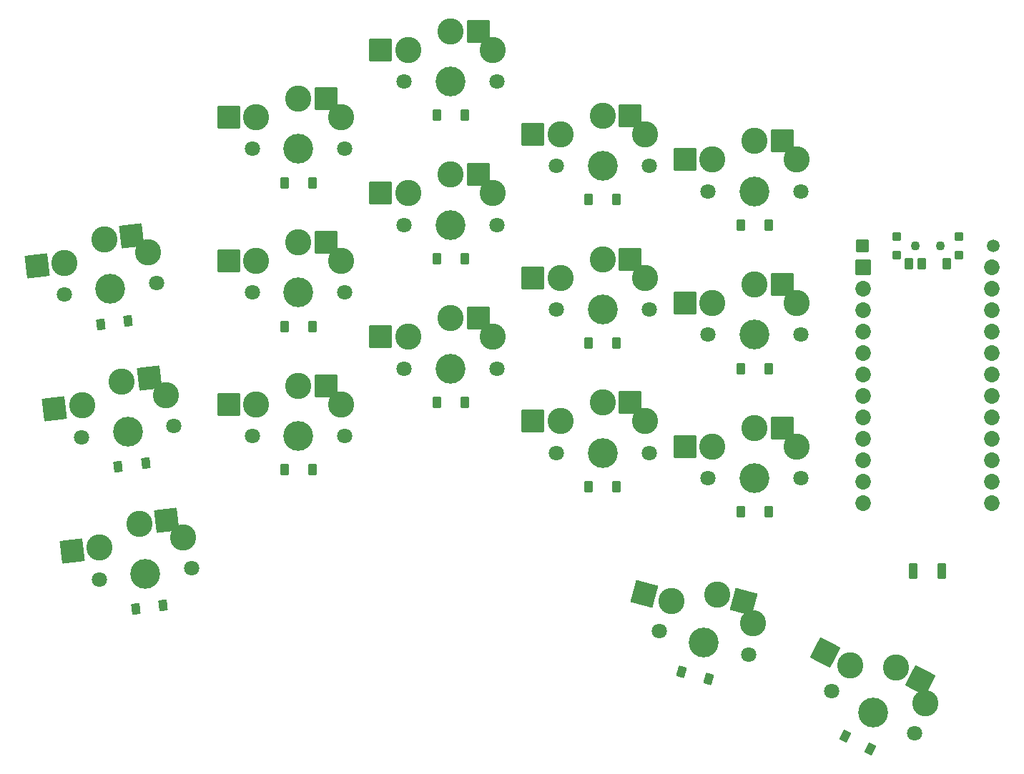
<source format=gbr>
%TF.GenerationSoftware,KiCad,Pcbnew,7.0.11*%
%TF.CreationDate,2024-03-03T17:55:26+13:00*%
%TF.ProjectId,socius-choc-v1,736f6369-7573-42d6-9368-6f632d76312e,v1.0.0*%
%TF.SameCoordinates,Original*%
%TF.FileFunction,Soldermask,Top*%
%TF.FilePolarity,Negative*%
%FSLAX46Y46*%
G04 Gerber Fmt 4.6, Leading zero omitted, Abs format (unit mm)*
G04 Created by KiCad (PCBNEW 7.0.11) date 2024-03-03 17:55:26*
%MOMM*%
%LPD*%
G01*
G04 APERTURE LIST*
G04 Aperture macros list*
%AMRoundRect*
0 Rectangle with rounded corners*
0 $1 Rounding radius*
0 $2 $3 $4 $5 $6 $7 $8 $9 X,Y pos of 4 corners*
0 Add a 4 corners polygon primitive as box body*
4,1,4,$2,$3,$4,$5,$6,$7,$8,$9,$2,$3,0*
0 Add four circle primitives for the rounded corners*
1,1,$1+$1,$2,$3*
1,1,$1+$1,$4,$5*
1,1,$1+$1,$6,$7*
1,1,$1+$1,$8,$9*
0 Add four rect primitives between the rounded corners*
20,1,$1+$1,$2,$3,$4,$5,0*
20,1,$1+$1,$4,$5,$6,$7,0*
20,1,$1+$1,$6,$7,$8,$9,0*
20,1,$1+$1,$8,$9,$2,$3,0*%
G04 Aperture macros list end*
%ADD10RoundRect,0.050000X-0.450000X-0.450000X0.450000X-0.450000X0.450000X0.450000X-0.450000X0.450000X0*%
%ADD11C,1.100000*%
%ADD12RoundRect,0.050000X-0.450000X-0.625000X0.450000X-0.625000X0.450000X0.625000X-0.450000X0.625000X0*%
%ADD13RoundRect,0.050000X-0.450000X-0.600000X0.450000X-0.600000X0.450000X0.600000X-0.450000X0.600000X0*%
%ADD14C,1.801800*%
%ADD15C,3.100000*%
%ADD16C,3.529000*%
%ADD17RoundRect,0.050000X-1.131880X-1.448740X1.448740X-1.131880X1.131880X1.448740X-1.448740X1.131880X0*%
%ADD18RoundRect,0.050000X0.450000X0.850000X-0.450000X0.850000X-0.450000X-0.850000X0.450000X-0.850000X0*%
%ADD19RoundRect,0.050000X-0.876300X0.876300X-0.876300X-0.876300X0.876300X-0.876300X0.876300X0.876300X0*%
%ADD20C,1.852600*%
%ADD21RoundRect,0.050000X-0.673347X-0.330308X0.128559X-0.738900X0.673347X0.330308X-0.128559X0.738900X0*%
%ADD22RoundRect,0.050000X-1.300000X-1.300000X1.300000X-1.300000X1.300000X1.300000X-1.300000X1.300000X0*%
%ADD23RoundRect,0.050000X-0.589958X-0.463087X0.279375X-0.696024X0.589958X0.463087X-0.279375X0.696024X0*%
%ADD24RoundRect,0.050000X-0.373524X-0.650369X0.519767X-0.540686X0.373524X0.650369X-0.519767X0.540686X0*%
%ADD25RoundRect,0.050000X-1.748496X-0.568121X0.568121X-1.748496X1.748496X0.568121X-0.568121X1.748496X0*%
%ADD26RoundRect,0.050000X-0.700000X0.700000X-0.700000X-0.700000X0.700000X-0.700000X0.700000X0.700000X0*%
%ADD27C,1.500000*%
%ADD28RoundRect,0.050000X-1.592168X-0.919239X0.919239X-1.592168X1.592168X0.919239X-0.919239X1.592168X0*%
G04 APERTURE END LIST*
D10*
%TO.C,T1*%
X250910738Y-125904546D03*
X250910738Y-128104546D03*
D11*
X253110738Y-127004546D03*
X256110738Y-127004546D03*
D10*
X258310738Y-125904546D03*
X258310738Y-128104546D03*
D12*
X256860738Y-129079546D03*
X253860738Y-129079546D03*
X252360738Y-129079546D03*
%TD*%
D13*
%TO.C,D5*%
X178460754Y-136504550D03*
X181760754Y-136504550D03*
%TD*%
%TO.C,D8*%
X196460752Y-128504553D03*
X199760752Y-128504553D03*
%TD*%
D14*
%TO.C,S1*%
X156506992Y-166507861D03*
D15*
X156546255Y-162724879D03*
X161240873Y-159931930D03*
X161240873Y-159931930D03*
D16*
X161965996Y-165837580D03*
D15*
X166471717Y-161506185D03*
D14*
X167425000Y-165167299D03*
D17*
X164491462Y-159532808D03*
X153295667Y-163124001D03*
%TD*%
D13*
%TO.C,D13*%
X232460751Y-158504545D03*
X235760751Y-158504545D03*
%TD*%
D18*
%TO.C,*%
X256310750Y-165504548D03*
X252910750Y-165504548D03*
%TD*%
D13*
%TO.C,D10*%
X214460749Y-155504543D03*
X217760749Y-155504543D03*
%TD*%
%TO.C,D14*%
X232460743Y-141504549D03*
X235760743Y-141504549D03*
%TD*%
D19*
%TO.C,MCU1*%
X246990757Y-129534549D03*
D20*
X246990757Y-129534549D03*
X246990757Y-132074549D03*
X246990757Y-134614549D03*
X246990757Y-137154549D03*
X246990757Y-139694549D03*
X246990757Y-142234549D03*
X246990757Y-144774549D03*
X246990757Y-147314549D03*
X246990757Y-149854549D03*
X246990757Y-152394549D03*
X246990757Y-154934549D03*
X246990757Y-157474549D03*
X262230757Y-129534549D03*
X262230757Y-132074549D03*
X262230757Y-134614549D03*
X262230757Y-137154549D03*
X262230757Y-139694549D03*
X262230757Y-142234549D03*
X262230757Y-144774549D03*
X262230757Y-147314549D03*
X262230757Y-149854549D03*
X262230757Y-152394549D03*
X262230757Y-154934549D03*
X262230757Y-157474549D03*
%TD*%
D21*
%TO.C,D17*%
X244867333Y-185076203D03*
X247807655Y-186574371D03*
%TD*%
D14*
%TO.C,S15*%
X228610753Y-120504547D03*
D15*
X229110753Y-116754547D03*
X234110753Y-114554547D03*
X234110753Y-114554547D03*
D16*
X234110753Y-120504547D03*
D15*
X239110753Y-116754547D03*
D14*
X239610753Y-120504547D03*
D22*
X237385753Y-114554547D03*
X225835753Y-116754547D03*
%TD*%
D13*
%TO.C,D9*%
X196460752Y-111504549D03*
X199760752Y-111504549D03*
%TD*%
%TO.C,D12*%
X214460752Y-121504556D03*
X217760752Y-121504556D03*
%TD*%
D14*
%TO.C,S6*%
X174610754Y-115504549D03*
D15*
X175110754Y-111754549D03*
X180110754Y-109554549D03*
X180110754Y-109554549D03*
D16*
X180110754Y-115504549D03*
D15*
X185110754Y-111754549D03*
D14*
X185610754Y-115504549D03*
D22*
X183385754Y-109554549D03*
X171835754Y-111754549D03*
%TD*%
D14*
%TO.C,S2*%
X154435219Y-149634574D03*
D15*
X154474482Y-145851592D03*
X159169100Y-143058643D03*
X159169100Y-143058643D03*
D16*
X159894223Y-148964293D03*
D15*
X164399944Y-144632898D03*
D14*
X165353227Y-148294012D03*
D17*
X162419689Y-142659521D03*
X151223894Y-146250714D03*
%TD*%
D23*
%TO.C,D16*%
X225481695Y-177441203D03*
X228669251Y-178295305D03*
%TD*%
D14*
%TO.C,S8*%
X192610750Y-124504543D03*
D15*
X193110750Y-120754543D03*
X198110750Y-118554543D03*
X198110750Y-118554543D03*
D16*
X198110750Y-124504543D03*
D15*
X203110750Y-120754543D03*
D14*
X203610750Y-124504543D03*
D22*
X201385750Y-118554543D03*
X189835750Y-120754543D03*
%TD*%
D13*
%TO.C,D4*%
X178460757Y-153504551D03*
X181760757Y-153504551D03*
%TD*%
D24*
%TO.C,D2*%
X158743997Y-153135564D03*
X162019399Y-152733396D03*
%TD*%
D14*
%TO.C,S7*%
X192610752Y-141504545D03*
D15*
X193110752Y-137754545D03*
X198110752Y-135554545D03*
X198110752Y-135554545D03*
D16*
X198110752Y-141504545D03*
D15*
X203110752Y-137754545D03*
D14*
X203610752Y-141504545D03*
D22*
X201385752Y-135554545D03*
X189835752Y-137754545D03*
%TD*%
D24*
%TO.C,D3*%
X156672218Y-136262284D03*
X159947620Y-135860116D03*
%TD*%
D13*
%TO.C,D6*%
X178460751Y-119504549D03*
X181760751Y-119504549D03*
%TD*%
D14*
%TO.C,S5*%
X174610756Y-132504549D03*
D15*
X175110756Y-128754549D03*
X180110756Y-126554549D03*
X180110756Y-126554549D03*
D16*
X180110756Y-132504549D03*
D15*
X185110756Y-128754549D03*
D14*
X185610756Y-132504549D03*
D22*
X183385756Y-126554549D03*
X171835756Y-128754549D03*
%TD*%
D14*
%TO.C,S11*%
X210610747Y-134504548D03*
D15*
X211110747Y-130754548D03*
X216110747Y-128554548D03*
X216110747Y-128554548D03*
D16*
X216110747Y-134504548D03*
D15*
X221110747Y-130754548D03*
D14*
X221610747Y-134504548D03*
D22*
X219385747Y-128554548D03*
X207835747Y-130754548D03*
%TD*%
D14*
%TO.C,S13*%
X228610749Y-154504545D03*
D15*
X229110749Y-150754545D03*
X234110749Y-148554545D03*
X234110749Y-148554545D03*
D16*
X234110749Y-154504545D03*
D15*
X239110749Y-150754545D03*
D14*
X239610749Y-154504545D03*
D22*
X237385749Y-148554545D03*
X225835749Y-150754545D03*
%TD*%
D14*
%TO.C,S17*%
X243252925Y-179764322D03*
D15*
X245400893Y-176650043D03*
X250854704Y-176959781D03*
X250854704Y-176959781D03*
D16*
X248153461Y-182261270D03*
D15*
X254310958Y-181189948D03*
D14*
X253053997Y-184758218D03*
D25*
X253772751Y-178446600D03*
X242482846Y-175163224D03*
%TD*%
D26*
%TO.C,*%
X246860738Y-127004546D03*
D27*
X262360738Y-127004546D03*
%TD*%
D14*
%TO.C,S14*%
X228610751Y-137504549D03*
D15*
X229110751Y-133754549D03*
X234110751Y-131554549D03*
X234110751Y-131554549D03*
D16*
X234110751Y-137504549D03*
D15*
X239110751Y-133754549D03*
D14*
X239610751Y-137504549D03*
D22*
X237385751Y-131554549D03*
X225835751Y-133754549D03*
%TD*%
D14*
%TO.C,S3*%
X152363438Y-132761292D03*
D15*
X152402701Y-128978310D03*
X157097319Y-126185361D03*
X157097319Y-126185361D03*
D16*
X157822442Y-132091011D03*
D15*
X162328163Y-127759616D03*
D14*
X163281446Y-131420730D03*
D17*
X160347908Y-125786239D03*
X149152113Y-129377432D03*
%TD*%
D13*
%TO.C,D11*%
X214460751Y-138504549D03*
X217760751Y-138504549D03*
%TD*%
%TO.C,D15*%
X232460753Y-124504551D03*
X235760753Y-124504551D03*
%TD*%
D14*
%TO.C,S12*%
X210610757Y-117504550D03*
D15*
X211110757Y-113754550D03*
X216110757Y-111554550D03*
X216110757Y-111554550D03*
D16*
X216110757Y-117504550D03*
D15*
X221110757Y-113754550D03*
D14*
X221610757Y-117504550D03*
D22*
X219385757Y-111554550D03*
X207835757Y-113754550D03*
%TD*%
D14*
%TO.C,S16*%
X222798165Y-172581039D03*
D15*
X224251699Y-169088227D03*
X229650730Y-168257285D03*
X229650730Y-168257285D03*
D16*
X228110757Y-174004544D03*
D15*
X233910958Y-171676417D03*
D14*
X233423349Y-175428049D03*
D28*
X232814137Y-169104918D03*
X221088292Y-168240595D03*
%TD*%
D13*
%TO.C,D7*%
X196460757Y-145504552D03*
X199760757Y-145504552D03*
%TD*%
D24*
%TO.C,D1*%
X160815783Y-170008847D03*
X164091185Y-169606679D03*
%TD*%
D14*
%TO.C,S9*%
X192610750Y-107504552D03*
D15*
X193110750Y-103754552D03*
X198110750Y-101554552D03*
X198110750Y-101554552D03*
D16*
X198110750Y-107504552D03*
D15*
X203110750Y-103754552D03*
D14*
X203610750Y-107504552D03*
D22*
X201385750Y-101554552D03*
X189835750Y-103754552D03*
%TD*%
D14*
%TO.C,S4*%
X174610751Y-149504544D03*
D15*
X175110751Y-145754544D03*
X180110751Y-143554544D03*
X180110751Y-143554544D03*
D16*
X180110751Y-149504544D03*
D15*
X185110751Y-145754544D03*
D14*
X185610751Y-149504544D03*
D22*
X183385751Y-143554544D03*
X171835751Y-145754544D03*
%TD*%
D14*
%TO.C,S10*%
X210610752Y-151504552D03*
D15*
X211110752Y-147754552D03*
X216110752Y-145554552D03*
X216110752Y-145554552D03*
D16*
X216110752Y-151504552D03*
D15*
X221110752Y-147754552D03*
D14*
X221610752Y-151504552D03*
D22*
X219385752Y-145554552D03*
X207835752Y-147754552D03*
%TD*%
M02*

</source>
